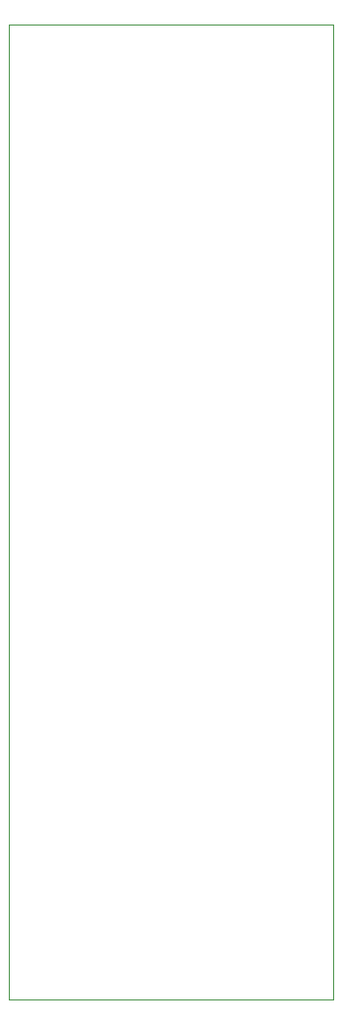
<source format=gbr>
%TF.GenerationSoftware,KiCad,Pcbnew,7.0.5*%
%TF.CreationDate,2023-07-24T11:34:01-05:00*%
%TF.ProjectId,AcoplePic32,41636f70-6c65-4506-9963-33322e6b6963,rev?*%
%TF.SameCoordinates,Original*%
%TF.FileFunction,Profile,NP*%
%FSLAX46Y46*%
G04 Gerber Fmt 4.6, Leading zero omitted, Abs format (unit mm)*
G04 Created by KiCad (PCBNEW 7.0.5) date 2023-07-24 11:34:01*
%MOMM*%
%LPD*%
G01*
G04 APERTURE LIST*
%TA.AperFunction,Profile*%
%ADD10C,0.100000*%
%TD*%
G04 APERTURE END LIST*
D10*
X108000000Y-49000000D02*
X136000000Y-49000000D01*
X136000000Y-133000000D01*
X108000000Y-133000000D01*
X108000000Y-49000000D01*
M02*

</source>
